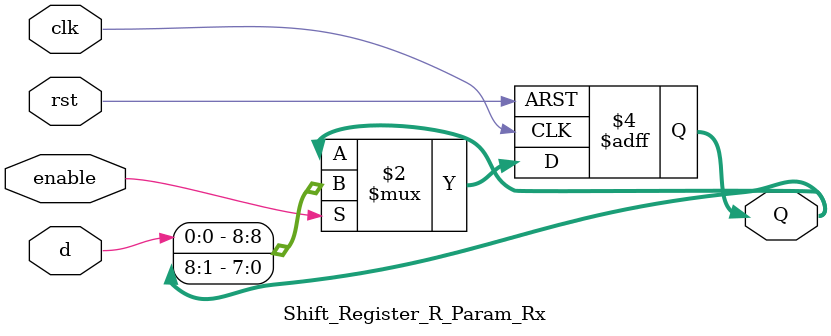
<source format=v>
module Shift_Register_R_Param_Rx #(parameter width = 9)
    (
    input clk,
    input rst,
    input enable,
    input d,
    output reg [width-1:0] Q
    );
always @(posedge rst, posedge clk)
	begin
		if (rst)
			Q <= {width{1'b0}};
		else
			if (enable)
				Q <= {d,Q[width-1:1]};
	end
endmodule

</source>
